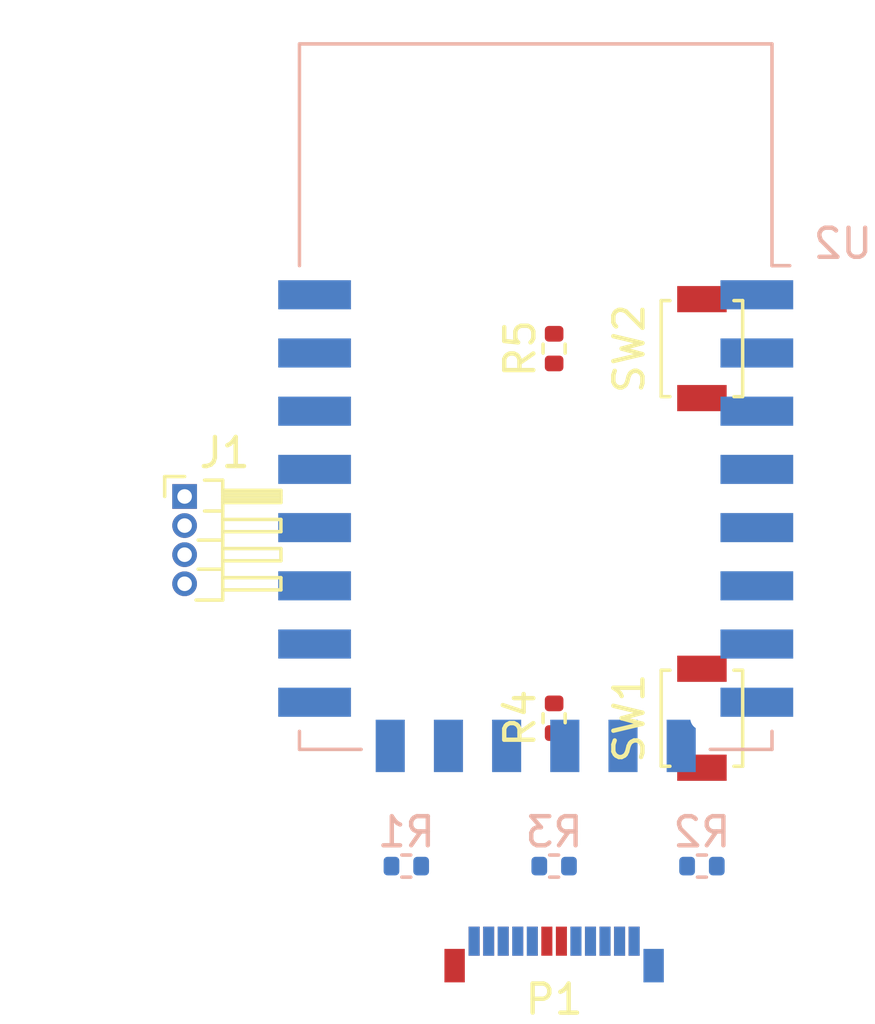
<source format=kicad_pcb>
(kicad_pcb (version 20211014) (generator pcbnew)
  (layers (0 "F.Cu" signal) (31 "B.Cu" signal) (34 "B.Paste" user) (35 "F.Paste" user) (36 "B.SilkS" user "B.Silkscreen") (37 "F.SilkS" user "F.Silkscreen") (38 "B.Mask" user) (39 "F.Mask" user) (44 "Edge.Cuts" user))
  (net 0 "")
  (net 1 "GND")
  (net 2 "Net-(P1-PadA4)")
  (net 3 "Net-(R1-Pad2)")
  (net 4 "Net-(J1-Pad2)")
  (net 5 "Net-(J1-Pad3)")
  (net 6 "Net-(J1-Pad4)")
  (net 22 "Net-(R2-Pad2)")
  (net 23 "Net-(R3-Pad1)")
  (net 26 "Net-(R4-Pad1)")
  (net 34 "Net-(R5-Pad1)")
  (footprint "Connector_USB:USB_C_Plug_Molex_105444" (layer "F.Cu") (at 132.08 96.52)
    (fp_text reference "P1" (at 0 2.04) (layer "F.SilkS"))
    (fp_text value "USB_C_Plug")
    (pad "A1" smd rect (at -2.75 0.04) (size 0.38 1) (layers "F.Cu" "F.Paste" "F.Mask") (net 1 "GND"))
    (pad "A2" smd rect (at -2.25 0.04) (size 0.38 1) (layers "F.Cu" "F.Paste" "F.Mask"))
    (pad "A3" smd rect (at -1.75 0.04) (size 0.38 1) (layers "F.Cu" "F.Paste" "F.Mask"))
    (pad "A4" smd rect (at -1.25 0.04) (size 0.38 1) (layers "F.Cu" "F.Paste" "F.Mask") (net 2 "Net-(P1-PadA4)"))
    (pad "A5" smd rect (at -0.75 0.04) (size 0.38 1) (layers "F.Cu" "F.Paste" "F.Mask"))
    (pad "A6" smd rect (at -0.25 0.04) (size 0.38 1) (layers "F.Cu" "F.Paste" "F.Mask"))
    (pad "A7" smd rect (at 0.25 0.04) (size 0.38 1) (layers "F.Cu" "F.Paste" "F.Mask"))
    (pad "A8" smd rect (at 0.75 0.04) (size 0.38 1) (layers "F.Cu" "F.Paste" "F.Mask"))
    (pad "A9" smd rect (at 1.25 0.04) (size 0.38 1) (layers "F.Cu" "F.Paste" "F.Mask") (net 2 "Net-(P1-PadA4)"))
    (pad "A10" smd rect (at 1.75 0.04) (size 0.38 1) (layers "F.Cu" "F.Paste" "F.Mask"))
    (pad "A11" smd rect (at 2.25 0.04) (size 0.38 1) (layers "F.Cu" "F.Paste" "F.Mask"))
    (pad "A12" smd rect (at 2.75 0.04) (size 0.38 1) (layers "F.Cu" "F.Paste" "F.Mask") (net 1 "GND"))
    (pad "B1" smd rect (at 2.75 0.04) (size 0.38 1) (layers "B.Cu" "B.Paste" "B.Mask") (net 1 "GND"))
    (pad "B2" smd rect (at 2.25 0.04) (size 0.38 1) (layers "B.Cu" "B.Paste" "B.Mask"))
    (pad "B3" smd rect (at 1.75 0.04) (size 0.38 1) (layers "B.Cu" "B.Paste" "B.Mask"))
    (pad "B4" smd rect (at 1.25 0.04) (size 0.38 1) (layers "B.Cu" "B.Paste" "B.Mask") (net 2 "Net-(P1-PadA4)"))
    (pad "B5" smd rect (at 0.75 0.04) (size 0.38 1) (layers "B.Cu" "B.Paste" "B.Mask"))
    (pad "B8" smd rect (at -0.75 0.04) (size 0.38 1) (layers "B.Cu" "B.Paste" "B.Mask"))
    (pad "B9" smd rect (at -1.25 0.04) (size 0.38 1) (layers "B.Cu" "B.Paste" "B.Mask") (net 2 "Net-(P1-PadA4)"))
    (pad "B10" smd rect (at -1.75 0.04) (size 0.38 1) (layers "B.Cu" "B.Paste" "B.Mask"))
    (pad "B11" smd rect (at -2.25 0.04) (size 0.38 1) (layers "B.Cu" "B.Paste" "B.Mask"))
    (pad "B12" smd rect (at -2.75 0.04) (size 0.38 1) (layers "B.Cu" "B.Paste" "B.Mask") (net 1 "GND"))
    (pad "S1" smd rect (at 3.42 0.88) (size 0.7 1.15) (layers "B.Cu" "B.Paste" "B.Mask"))
    (pad "S1" smd rect (at -3.42 0.88) (size 0.7 1.15) (layers "F.Cu" "F.Paste" "F.Mask"))
  )
  (footprint "Resistor_SMD:R_0402_1005Metric" (layer "F.Cu") (at 132.08 88.9 90)
    (fp_text reference "R4" (at 0 -1.17 90) (layer "F.SilkS"))
    (fp_text value "10K")
    (fp_line (start -0.153641 -0.38) (end 0.153641 -0.38) (layer "F.SilkS") (width 0.12))
    (fp_line (start -0.153641 0.38) (end 0.153641 0.38) (layer "F.SilkS") (width 0.12))
    (pad "1" smd roundrect (at -0.51 0 90) (size 0.54 0.64) (layers "F.Cu" "F.Paste" "F.Mask") (net 26 "Net-(R4-Pad1)"))
    (pad "2" smd roundrect (at 0.51 0 90) (size 0.54 0.64) (layers "F.Cu" "F.Paste" "F.Mask") (net 1 "GND"))
  )
  (footprint "Resistor_SMD:R_0402_1005Metric" (layer "F.Cu") (at 132.08 76.2 90)
    (fp_text reference "R5" (at 0 -1.17 90) (layer "F.SilkS"))
    (fp_text value "10K")
    (fp_line (start -0.153641 0.38) (end 0.153641 0.38) (layer "F.SilkS") (width 0.12))
    (fp_line (start -0.153641 -0.38) (end 0.153641 -0.38) (layer "F.SilkS") (width 0.12))
    (pad "1" smd roundrect (at -0.51 0 90) (size 0.54 0.64) (layers "F.Cu" "F.Paste" "F.Mask") (net 34 "Net-(R5-Pad1)"))
    (pad "2" smd roundrect (at 0.51 0 90) (size 0.54 0.64) (layers "F.Cu" "F.Paste" "F.Mask") (net 1 "GND"))
  )
  (footprint "Button_Switch_SMD:SW_SPST_B3U-1000P-B" (layer "F.Cu") (at 137.16 76.2 90)
    (fp_text reference "SW2" (at 0 -2.5 90) (layer "F.SilkS"))
    (fp_text value "SW_MEC_5G")
    (fp_line (start -1.65 -1.4) (end 1.65 -1.4) (layer "F.SilkS") (width 0.12))
    (fp_line (start -1.65 -1.1) (end -1.65 -1.4) (layer "F.SilkS") (width 0.12))
    (fp_line (start 1.65 -1.4) (end 1.65 -1.1) (layer "F.SilkS") (width 0.12))
    (fp_line (start -1.65 1.4) (end 1.65 1.4) (layer "F.SilkS") (width 0.12))
    (fp_line (start 1.65 1.4) (end 1.65 1.1) (layer "F.SilkS") (width 0.12))
    (fp_line (start -1.65 1.1) (end -1.65 1.4) (layer "F.SilkS") (width 0.12))
    (pad "" np_thru_hole circle (at 0 0 90) (size 0.8 0.8) (drill 0.8) (layers *.Cu *.Mask))
    (pad "1" smd rect (at -1.7 0 90) (size 0.9 1.7) (layers "F.Cu" "F.Paste" "F.Mask") (net 4 "Net-(J1-Pad2)"))
    (pad "2" smd rect (at 1.7 0 90) (size 0.9 1.7) (layers "F.Cu" "F.Paste" "F.Mask") (net 4 "Net-(J1-Pad2)"))
  )
  (footprint "Button_Switch_SMD:SW_SPST_B3U-1000P-B" (layer "F.Cu") (at 137.16 88.9 90)
    (fp_text reference "SW1" (at 0 -2.5 90) (layer "F.SilkS"))
    (fp_text value "SW_MEC_5G")
    (fp_line (start 1.65 1.4) (end 1.65 1.1) (layer "F.SilkS") (width 0.12))
    (fp_line (start -1.65 1.4) (end 1.65 1.4) (layer "F.SilkS") (width 0.12))
    (fp_line (start -1.65 -1.1) (end -1.65 -1.4) (layer "F.SilkS") (width 0.12))
    (fp_line (start -1.65 1.1) (end -1.65 1.4) (layer "F.SilkS") (width 0.12))
    (fp_line (start 1.65 -1.4) (end 1.65 -1.1) (layer "F.SilkS") (width 0.12))
    (fp_line (start -1.65 -1.4) (end 1.65 -1.4) (layer "F.SilkS") (width 0.12))
    (pad "" np_thru_hole circle (at 0 0 90) (size 0.8 0.8) (drill 0.8) (layers *.Cu *.Mask))
    (pad "1" smd rect (at -1.7 0 90) (size 0.9 1.7) (layers "F.Cu" "F.Paste" "F.Mask") (net 4 "Net-(J1-Pad2)"))
    (pad "2" smd rect (at 1.7 0 90) (size 0.9 1.7) (layers "F.Cu" "F.Paste" "F.Mask") (net 4 "Net-(J1-Pad2)"))
  )
  (footprint "Connector_PinHeader_1.00mm:PinHeader_1x04_P1.00mm_Horizontal" (layer "F.Cu") (at 119.38 81.28)
    (fp_text reference "J1" (at 1.375 -1.5) (layer "F.SilkS"))
    (fp_text value "Conn_01x04_Female")
    (fp_line (start 3.31 2.21) (end 1.31 2.21) (layer "F.SilkS") (width 0.12))
    (fp_line (start -0.685 -0.685) (end 0 -0.685) (layer "F.SilkS") (width 0.12))
    (fp_line (start 0.468215 1.5) (end 1.31 1.5) (layer "F.SilkS") (width 0.12))
    (fp_line (start 1.31 -0.56) (end 1.31 3.56) (layer "F.SilkS") (width 0.12))
    (fp_line (start 3.31 0.21) (end 1.31 0.21) (layer "F.SilkS") (width 0.12))
    (fp_line (start 1.31 -0.21) (end 3.31 -0.21) (layer "F.SilkS") (width 0.12))
    (fp_line (start 0.685 -0.56) (end 1.31 -0.56) (layer "F.SilkS") (width 0.12))
    (fp_line (start 1.31 3.56) (end 0.394493 3.56) (layer "F.SilkS") (width 0.12))
    (fp_line (start 1.31 0.79) (end 3.31 0.79) (layer "F.SilkS") (width 0.12))
    (fp_line (start 3.31 1.21) (end 1.31 1.21) (layer "F.SilkS") (width 0.12))
    (fp_line (start -0.685 0) (end -0.685 -0.685) (layer "F.SilkS") (width 0.12))
    (fp_line (start 1.31 0.09) (end 3.31 0.09) (layer "F.SilkS") (width 0.12))
    (fp_line (start 1.31 -0.15) (end 3.31 -0.15) (layer "F.SilkS") (width 0.12))
    (fp_line (start 3.31 -0.21) (end 3.31 0.21) (layer "F.SilkS") (width 0.12))
    (fp_line (start 1.31 1.79) (end 3.31 1.79) (layer "F.SilkS") (width 0.12))
    (fp_line (start 3.31 3.21) (end 1.31 3.21) (layer "F.SilkS") (width 0.12))
    (fp_line (start 3.31 2.79) (end 3.31 3.21) (layer "F.SilkS") (width 0.12))
    (fp_line (start 1.31 -0.03) (end 3.31 -0.03) (layer "F.SilkS") (width 0.12))
    (fp_line (start 3.31 0.79) (end 3.31 1.21) (layer "F.SilkS") (width 0.12))
    (fp_line (start 3.31 1.79) (end 3.31 2.21) (layer "F.SilkS") (width 0.12))
    (fp_line (start 0.468215 2.5) (end 1.31 2.5) (layer "F.SilkS") (width 0.12))
    (fp_line (start 0.685 0.5) (end 1.31 0.5) (layer "F.SilkS") (width 0.12))
    (fp_line (start 1.31 2.79) (end 3.31 2.79) (layer "F.SilkS") (width 0.12))
    (pad "1" thru_hole rect (at 0 0) (size 0.85 0.85) (drill 0.5) (layers *.Cu *.Mask) (net 1 "GND"))
    (pad "2" thru_hole oval (at 0 1) (size 0.85 0.85) (drill 0.5) (layers *.Cu *.Mask) (net 4 "Net-(J1-Pad2)"))
    (pad "3" thru_hole oval (at 0 2) (size 0.85 0.85) (drill 0.5) (layers *.Cu *.Mask) (net 5 "Net-(J1-Pad3)"))
    (pad "4" thru_hole oval (at 0 3) (size 0.85 0.85) (drill 0.5) (layers *.Cu *.Mask) (net 6 "Net-(J1-Pad4)"))
  )
  (footprint "Resistor_SMD:R_0402_1005Metric" (layer "B.Cu") (at 137.16 93.98 180)
    (fp_text reference "R2" (at 0 1.17) (layer "B.SilkS") (effects (justify mirror)))
    (fp_text value "10K")
    (fp_line (start -0.153641 0.38) (end 0.153641 0.38) (layer "B.SilkS") (width 0.12))
    (fp_line (start -0.153641 -0.38) (end 0.153641 -0.38) (layer "B.SilkS") (width 0.12))
    (pad "1" smd roundrect (at -0.51 0 180) (size 0.54 0.64) (layers "B.Cu" "B.Paste" "B.Mask") (net 4 "Net-(J1-Pad2)"))
    (pad "2" smd roundrect (at 0.51 0 180) (size 0.54 0.64) (layers "B.Cu" "B.Paste" "B.Mask") (net 22 "Net-(R2-Pad2)"))
  )
  (footprint "RF_Module:ESP-12E" (layer "B.Cu") (at 131.4475 77.85 180)
    (fp_text reference "U2" (at -10.56 5.26) (layer "B.SilkS") (effects (justify mirror)))
    (fp_text value "ESP-12E")
    (fp_line (start 8.12 -11.5) (end 8.12 -12.12) (layer "B.SilkS") (width 0.12))
    (fp_line (start -6 -12.12) (end -8.12 -12.12) (layer "B.SilkS") (width 0.12))
    (fp_line (start 8.12 12.12) (end 8.12 4.5) (layer "B.SilkS") (width 0.12))
    (fp_line (start -8.12 4.5) (end -8.73 4.5) (layer "B.SilkS") (width 0.12))
    (fp_line (start -8.12 12.12) (end 8.12 12.12) (layer "B.SilkS") (width 0.12))
    (fp_line (start 8.12 -12.12) (end 6 -12.12) (layer "B.SilkS") (width 0.12))
    (fp_line (start -8.12 4.5) (end -8.12 12.12) (layer "B.SilkS") (width 0.12))
    (fp_line (start -8.12 -12.12) (end -8.12 -11.5) (layer "B.SilkS") (width 0.12))
    (pad "1" smd rect (at -7.6 3.5 180) (size 2.5 1) (layers "B.Cu" "B.Paste" "B.Mask"))
    (pad "2" smd rect (at -7.6 1.5 180) (size 2.5 1) (layers "B.Cu" "B.Paste" "B.Mask"))
    (pad "3" smd rect (at -7.6 -0.5 180) (size 2.5 1) (layers "B.Cu" "B.Paste" "B.Mask") (net 3 "Net-(R1-Pad2)"))
    (pad "4" smd rect (at -7.6 -2.5 180) (size 2.5 1) (layers "B.Cu" "B.Paste" "B.Mask"))
    (pad "5" smd rect (at -7.6 -4.5 180) (size 2.5 1) (layers "B.Cu" "B.Paste" "B.Mask"))
    (pad "6" smd rect (at -7.6 -6.5 180) (size 2.5 1) (layers "B.Cu" "B.Paste" "B.Mask") (net 26 "Net-(R4-Pad1)"))
    (pad "7" smd rect (at -7.6 -8.5 180) (size 2.5 1) (layers "B.Cu" "B.Paste" "B.Mask") (net 34 "Net-(R5-Pad1)"))
    (pad "8" smd rect (at -7.6 -10.5 180) (size 2.5 1) (layers "B.Cu" "B.Paste" "B.Mask") (net 4 "Net-(J1-Pad2)"))
    (pad "9" smd rect (at -5 -12 180) (size 1 1.8) (layers "B.Cu" "B.Paste" "B.Mask"))
    (pad "10" smd rect (at -3 -12 180) (size 1 1.8) (layers "B.Cu" "B.Paste" "B.Mask"))
    (pad "11" smd rect (at -1 -12 180) (size 1 1.8) (layers "B.Cu" "B.Paste" "B.Mask"))
    (pad "12" smd rect (at 1 -12 180) (size 1 1.8) (layers "B.Cu" "B.Paste" "B.Mask"))
    (pad "13" smd rect (at 3 -12 180) (size 1 1.8) (layers "B.Cu" "B.Paste" "B.Mask"))
    (pad "14" smd rect (at 5 -12 180) (size 1 1.8) (layers "B.Cu" "B.Paste" "B.Mask"))
    (pad "15" smd rect (at 7.6 -10.5 180) (size 2.5 1) (layers "B.Cu" "B.Paste" "B.Mask") (net 1 "GND"))
    (pad "16" smd rect (at 7.6 -8.5 180) (size 2.5 1) (layers "B.Cu" "B.Paste" "B.Mask") (net 23 "Net-(R3-Pad1)"))
    (pad "17" smd rect (at 7.6 -6.5 180) (size 2.5 1) (layers "B.Cu" "B.Paste" "B.Mask"))
    (pad "18" smd rect (at 7.6 -4.5 180) (size 2.5 1) (layers "B.Cu" "B.Paste" "B.Mask") (net 22 "Net-(R2-Pad2)"))
    (pad "19" smd rect (at 7.6 -2.5 180) (size 2.5 1) (layers "B.Cu" "B.Paste" "B.Mask") (net 6 "Net-(J1-Pad4)"))
    (pad "20" smd rect (at 7.6 -0.5 180) (size 2.5 1) (layers "B.Cu" "B.Paste" "B.Mask") (net 5 "Net-(J1-Pad3)"))
    (pad "21" smd rect (at 7.6 1.5 180) (size 2.5 1) (layers "B.Cu" "B.Paste" "B.Mask"))
    (pad "22" smd rect (at 7.6 3.5 180) (size 2.5 1) (layers "B.Cu" "B.Paste" "B.Mask"))
  )
  (footprint "Resistor_SMD:R_0402_1005Metric" (layer "B.Cu") (at 132.08 93.98 180)
    (fp_text reference "R3" (at 0 1.17) (layer "B.SilkS") (effects (justify mirror)))
    (fp_text value "10K")
    (fp_line (start -0.153641 0.38) (end 0.153641 0.38) (layer "B.SilkS") (width 0.12))
    (fp_line (start -0.153641 -0.38) (end 0.153641 -0.38) (layer "B.SilkS") (width 0.12))
    (pad "1" smd roundrect (at -0.51 0 180) (size 0.54 0.64) (layers "B.Cu" "B.Paste" "B.Mask") (net 23 "Net-(R3-Pad1)"))
    (pad "2" smd roundrect (at 0.51 0 180) (size 0.54 0.64) (layers "B.Cu" "B.Paste" "B.Mask") (net 1 "GND"))
  )
  (footprint "Resistor_SMD:R_0402_1005Metric" (layer "B.Cu") (at 127 93.98 180)
    (fp_text reference "R1" (at 0 1.17) (layer "B.SilkS") (effects (justify mirror)))
    (fp_text value "10K")
    (fp_line (start -0.153641 0.38) (end 0.153641 0.38) (layer "B.SilkS") (width 0.12))
    (fp_line (start -0.153641 -0.38) (end 0.153641 -0.38) (layer "B.SilkS") (width 0.12))
    (pad "1" smd roundrect (at -0.51 0 180) (size 0.54 0.64) (layers "B.Cu" "B.Paste" "B.Mask") (net 4 "Net-(J1-Pad2)"))
    (pad "2" smd roundrect (at 0.51 0 180) (size 0.54 0.64) (layers "B.Cu" "B.Paste" "B.Mask") (net 3 "Net-(R1-Pad2)"))
  )
)
</source>
